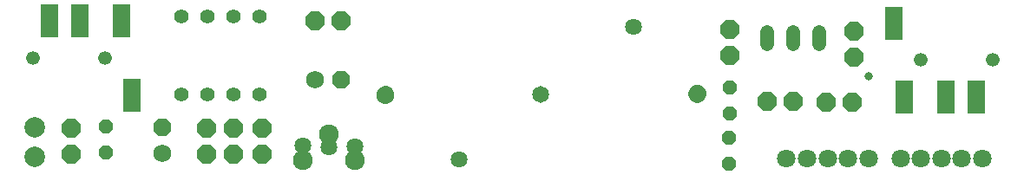
<source format=gts>
G75*
%MOIN*%
%OFA0B0*%
%FSLAX25Y25*%
%IPPOS*%
%LPD*%
%AMOC8*
5,1,8,0,0,1.08239X$1,22.5*
%
%ADD10C,0.06406*%
%ADD11OC8,0.06800*%
%ADD12C,0.06800*%
%ADD13OC8,0.05300*%
%ADD14C,0.07900*%
%ADD15C,0.05300*%
%ADD16OC8,0.07100*%
%ADD17C,0.03500*%
%ADD18C,0.06500*%
%ADD19R,0.06500X0.13000*%
%ADD20C,0.05224*%
%ADD21C,0.07100*%
%ADD22C,0.05500*%
%ADD23C,0.07587*%
%ADD24C,0.03200*%
D10*
X0123795Y0027043D03*
X0133835Y0026079D03*
X0143736Y0026472D03*
X0183992Y0021394D03*
X0250803Y0072634D03*
D11*
X0138559Y0052161D03*
X0069858Y0033835D03*
D12*
X0069858Y0023835D03*
X0128559Y0052161D03*
D13*
X0048205Y0034169D03*
X0048205Y0024169D03*
X0287457Y0020016D03*
X0287457Y0030016D03*
X0287693Y0039366D03*
X0287693Y0049366D03*
D14*
X0020843Y0022583D03*
X0020843Y0033983D03*
D15*
X0302102Y0065864D02*
X0302102Y0070664D01*
X0312102Y0070664D02*
X0312102Y0065864D01*
X0322102Y0065864D02*
X0322102Y0070664D01*
D16*
X0335587Y0070980D03*
X0335587Y0060980D03*
X0334957Y0043480D03*
X0324957Y0043480D03*
X0312063Y0043992D03*
X0302063Y0043992D03*
X0287870Y0061610D03*
X0287870Y0071610D03*
X0138382Y0074740D03*
X0128382Y0074740D03*
X0108106Y0033500D03*
X0097102Y0033480D03*
X0086748Y0033382D03*
X0086748Y0023382D03*
X0097102Y0023480D03*
X0108106Y0023500D03*
X0034957Y0023382D03*
X0034957Y0033382D03*
D17*
X0153789Y0046512D02*
X0153791Y0046591D01*
X0153797Y0046671D01*
X0153807Y0046750D01*
X0153821Y0046828D01*
X0153839Y0046905D01*
X0153860Y0046982D01*
X0153886Y0047057D01*
X0153915Y0047131D01*
X0153948Y0047203D01*
X0153985Y0047274D01*
X0154025Y0047342D01*
X0154068Y0047409D01*
X0154115Y0047473D01*
X0154165Y0047535D01*
X0154218Y0047594D01*
X0154273Y0047651D01*
X0154332Y0047704D01*
X0154393Y0047755D01*
X0154457Y0047803D01*
X0154523Y0047847D01*
X0154591Y0047888D01*
X0154661Y0047925D01*
X0154733Y0047959D01*
X0154807Y0047989D01*
X0154881Y0048016D01*
X0154958Y0048038D01*
X0155035Y0048057D01*
X0155113Y0048072D01*
X0155192Y0048083D01*
X0155271Y0048090D01*
X0155350Y0048093D01*
X0155430Y0048092D01*
X0155509Y0048087D01*
X0155588Y0048078D01*
X0155666Y0048065D01*
X0155744Y0048048D01*
X0155821Y0048027D01*
X0155896Y0048003D01*
X0155970Y0047975D01*
X0156043Y0047943D01*
X0156114Y0047907D01*
X0156183Y0047868D01*
X0156250Y0047825D01*
X0156315Y0047779D01*
X0156378Y0047730D01*
X0156438Y0047678D01*
X0156495Y0047623D01*
X0156549Y0047565D01*
X0156601Y0047504D01*
X0156649Y0047441D01*
X0156694Y0047376D01*
X0156736Y0047308D01*
X0156774Y0047239D01*
X0156809Y0047167D01*
X0156840Y0047094D01*
X0156867Y0047019D01*
X0156891Y0046944D01*
X0156911Y0046867D01*
X0156927Y0046789D01*
X0156939Y0046710D01*
X0156947Y0046631D01*
X0156951Y0046552D01*
X0156951Y0046472D01*
X0156947Y0046393D01*
X0156939Y0046314D01*
X0156927Y0046235D01*
X0156911Y0046157D01*
X0156891Y0046080D01*
X0156867Y0046005D01*
X0156840Y0045930D01*
X0156809Y0045857D01*
X0156774Y0045785D01*
X0156736Y0045716D01*
X0156694Y0045648D01*
X0156649Y0045583D01*
X0156601Y0045520D01*
X0156549Y0045459D01*
X0156495Y0045401D01*
X0156438Y0045346D01*
X0156378Y0045294D01*
X0156315Y0045245D01*
X0156250Y0045199D01*
X0156183Y0045156D01*
X0156114Y0045117D01*
X0156043Y0045081D01*
X0155970Y0045049D01*
X0155896Y0045021D01*
X0155821Y0044997D01*
X0155744Y0044976D01*
X0155666Y0044959D01*
X0155588Y0044946D01*
X0155509Y0044937D01*
X0155430Y0044932D01*
X0155350Y0044931D01*
X0155271Y0044934D01*
X0155192Y0044941D01*
X0155113Y0044952D01*
X0155035Y0044967D01*
X0154958Y0044986D01*
X0154881Y0045008D01*
X0154807Y0045035D01*
X0154733Y0045065D01*
X0154661Y0045099D01*
X0154591Y0045136D01*
X0154523Y0045177D01*
X0154457Y0045221D01*
X0154393Y0045269D01*
X0154332Y0045320D01*
X0154273Y0045373D01*
X0154218Y0045430D01*
X0154165Y0045489D01*
X0154115Y0045551D01*
X0154068Y0045615D01*
X0154025Y0045682D01*
X0153985Y0045750D01*
X0153948Y0045821D01*
X0153915Y0045893D01*
X0153886Y0045967D01*
X0153860Y0046042D01*
X0153839Y0046119D01*
X0153821Y0046196D01*
X0153807Y0046274D01*
X0153797Y0046353D01*
X0153791Y0046433D01*
X0153789Y0046512D01*
X0273632Y0046906D02*
X0273634Y0046985D01*
X0273640Y0047065D01*
X0273650Y0047144D01*
X0273664Y0047222D01*
X0273682Y0047299D01*
X0273703Y0047376D01*
X0273729Y0047451D01*
X0273758Y0047525D01*
X0273791Y0047597D01*
X0273828Y0047668D01*
X0273868Y0047736D01*
X0273911Y0047803D01*
X0273958Y0047867D01*
X0274008Y0047929D01*
X0274061Y0047988D01*
X0274116Y0048045D01*
X0274175Y0048098D01*
X0274236Y0048149D01*
X0274300Y0048197D01*
X0274366Y0048241D01*
X0274434Y0048282D01*
X0274504Y0048319D01*
X0274576Y0048353D01*
X0274650Y0048383D01*
X0274724Y0048410D01*
X0274801Y0048432D01*
X0274878Y0048451D01*
X0274956Y0048466D01*
X0275035Y0048477D01*
X0275114Y0048484D01*
X0275193Y0048487D01*
X0275273Y0048486D01*
X0275352Y0048481D01*
X0275431Y0048472D01*
X0275509Y0048459D01*
X0275587Y0048442D01*
X0275664Y0048421D01*
X0275739Y0048397D01*
X0275813Y0048369D01*
X0275886Y0048337D01*
X0275957Y0048301D01*
X0276026Y0048262D01*
X0276093Y0048219D01*
X0276158Y0048173D01*
X0276221Y0048124D01*
X0276281Y0048072D01*
X0276338Y0048017D01*
X0276392Y0047959D01*
X0276444Y0047898D01*
X0276492Y0047835D01*
X0276537Y0047770D01*
X0276579Y0047702D01*
X0276617Y0047633D01*
X0276652Y0047561D01*
X0276683Y0047488D01*
X0276710Y0047413D01*
X0276734Y0047338D01*
X0276754Y0047261D01*
X0276770Y0047183D01*
X0276782Y0047104D01*
X0276790Y0047025D01*
X0276794Y0046946D01*
X0276794Y0046866D01*
X0276790Y0046787D01*
X0276782Y0046708D01*
X0276770Y0046629D01*
X0276754Y0046551D01*
X0276734Y0046474D01*
X0276710Y0046399D01*
X0276683Y0046324D01*
X0276652Y0046251D01*
X0276617Y0046179D01*
X0276579Y0046110D01*
X0276537Y0046042D01*
X0276492Y0045977D01*
X0276444Y0045914D01*
X0276392Y0045853D01*
X0276338Y0045795D01*
X0276281Y0045740D01*
X0276221Y0045688D01*
X0276158Y0045639D01*
X0276093Y0045593D01*
X0276026Y0045550D01*
X0275957Y0045511D01*
X0275886Y0045475D01*
X0275813Y0045443D01*
X0275739Y0045415D01*
X0275664Y0045391D01*
X0275587Y0045370D01*
X0275509Y0045353D01*
X0275431Y0045340D01*
X0275352Y0045331D01*
X0275273Y0045326D01*
X0275193Y0045325D01*
X0275114Y0045328D01*
X0275035Y0045335D01*
X0274956Y0045346D01*
X0274878Y0045361D01*
X0274801Y0045380D01*
X0274724Y0045402D01*
X0274650Y0045429D01*
X0274576Y0045459D01*
X0274504Y0045493D01*
X0274434Y0045530D01*
X0274366Y0045571D01*
X0274300Y0045615D01*
X0274236Y0045663D01*
X0274175Y0045714D01*
X0274116Y0045767D01*
X0274061Y0045824D01*
X0274008Y0045883D01*
X0273958Y0045945D01*
X0273911Y0046009D01*
X0273868Y0046076D01*
X0273828Y0046144D01*
X0273791Y0046215D01*
X0273758Y0046287D01*
X0273729Y0046361D01*
X0273703Y0046436D01*
X0273682Y0046513D01*
X0273664Y0046590D01*
X0273650Y0046668D01*
X0273640Y0046747D01*
X0273634Y0046827D01*
X0273632Y0046906D01*
D18*
X0215291Y0046512D03*
D19*
X0350954Y0073990D03*
X0354996Y0045490D03*
X0370744Y0045490D03*
X0382555Y0045490D03*
X0058074Y0046219D03*
X0054031Y0074719D03*
X0038283Y0074719D03*
X0026472Y0074719D03*
D20*
X0020173Y0060469D03*
X0047732Y0060469D03*
X0361295Y0059740D03*
X0388854Y0059740D03*
D21*
X0384898Y0021945D03*
X0377024Y0021945D03*
X0369150Y0021945D03*
X0361276Y0021945D03*
X0353402Y0021945D03*
X0341177Y0021945D03*
X0333303Y0021945D03*
X0325429Y0021945D03*
X0317555Y0021945D03*
X0309681Y0021945D03*
D22*
X0107299Y0046610D03*
X0097299Y0046610D03*
X0087299Y0046610D03*
X0077299Y0046610D03*
X0077299Y0076610D03*
X0087299Y0076610D03*
X0097299Y0076610D03*
X0107299Y0076610D03*
D23*
X0133795Y0031374D03*
X0123795Y0021374D03*
X0143795Y0021374D03*
D24*
X0341059Y0053500D03*
M02*

</source>
